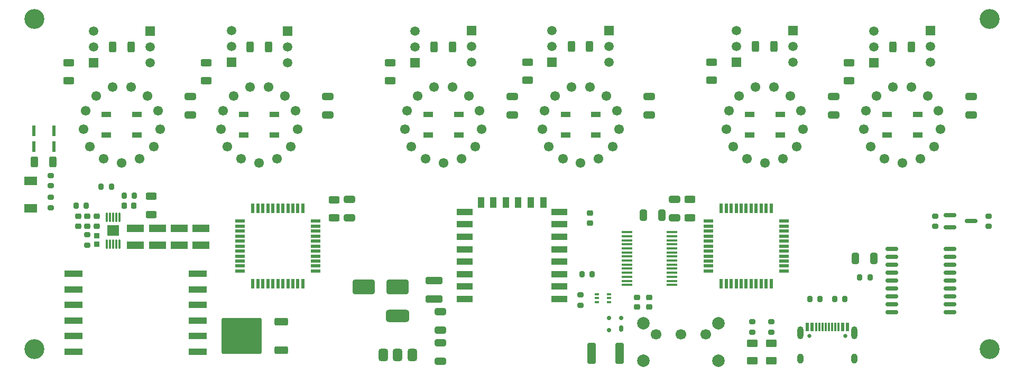
<source format=gbr>
%TF.GenerationSoftware,KiCad,Pcbnew,8.0.0*%
%TF.CreationDate,2024-03-05T13:39:49+01:00*%
%TF.ProjectId,nixie_clock_design,6e697869-655f-4636-9c6f-636b5f646573,rev?*%
%TF.SameCoordinates,Original*%
%TF.FileFunction,Soldermask,Top*%
%TF.FilePolarity,Negative*%
%FSLAX46Y46*%
G04 Gerber Fmt 4.6, Leading zero omitted, Abs format (unit mm)*
G04 Created by KiCad (PCBNEW 8.0.0) date 2024-03-05 13:39:49*
%MOMM*%
%LPD*%
G01*
G04 APERTURE LIST*
G04 Aperture macros list*
%AMRoundRect*
0 Rectangle with rounded corners*
0 $1 Rounding radius*
0 $2 $3 $4 $5 $6 $7 $8 $9 X,Y pos of 4 corners*
0 Add a 4 corners polygon primitive as box body*
4,1,4,$2,$3,$4,$5,$6,$7,$8,$9,$2,$3,0*
0 Add four circle primitives for the rounded corners*
1,1,$1+$1,$2,$3*
1,1,$1+$1,$4,$5*
1,1,$1+$1,$6,$7*
1,1,$1+$1,$8,$9*
0 Add four rect primitives between the rounded corners*
20,1,$1+$1,$2,$3,$4,$5,0*
20,1,$1+$1,$4,$5,$6,$7,0*
20,1,$1+$1,$6,$7,$8,$9,0*
20,1,$1+$1,$8,$9,$2,$3,0*%
G04 Aperture macros list end*
%ADD10RoundRect,0.200000X-0.275000X0.200000X-0.275000X-0.200000X0.275000X-0.200000X0.275000X0.200000X0*%
%ADD11C,0.650000*%
%ADD12R,0.600000X1.450000*%
%ADD13R,0.300000X1.450000*%
%ADD14O,1.000000X2.100000*%
%ADD15O,1.000000X1.600000*%
%ADD16RoundRect,0.075000X0.075000X-0.650000X0.075000X0.650000X-0.075000X0.650000X-0.075000X-0.650000X0*%
%ADD17R,1.880000X1.680000*%
%ADD18RoundRect,0.200000X0.200000X0.275000X-0.200000X0.275000X-0.200000X-0.275000X0.200000X-0.275000X0*%
%ADD19RoundRect,0.250000X-0.625000X0.312500X-0.625000X-0.312500X0.625000X-0.312500X0.625000X0.312500X0*%
%ADD20RoundRect,0.200000X-0.200000X-0.275000X0.200000X-0.275000X0.200000X0.275000X-0.200000X0.275000X0*%
%ADD21R,2.720000X1.220000*%
%ADD22R,1.500000X1.500000*%
%ADD23C,1.500000*%
%ADD24RoundRect,0.250000X0.400000X1.450000X-0.400000X1.450000X-0.400000X-1.450000X0.400000X-1.450000X0*%
%ADD25RoundRect,0.200000X0.275000X-0.200000X0.275000X0.200000X-0.275000X0.200000X-0.275000X-0.200000X0*%
%ADD26RoundRect,0.250000X0.850000X0.350000X-0.850000X0.350000X-0.850000X-0.350000X0.850000X-0.350000X0*%
%ADD27RoundRect,0.249997X2.950003X2.650003X-2.950003X2.650003X-2.950003X-2.650003X2.950003X-2.650003X0*%
%ADD28R,1.500000X0.900000*%
%ADD29RoundRect,0.250000X0.625000X-0.375000X0.625000X0.375000X-0.625000X0.375000X-0.625000X-0.375000X0*%
%ADD30RoundRect,0.225000X0.250000X-0.225000X0.250000X0.225000X-0.250000X0.225000X-0.250000X-0.225000X0*%
%ADD31RoundRect,0.150000X-0.875000X-0.150000X0.875000X-0.150000X0.875000X0.150000X-0.875000X0.150000X0*%
%ADD32RoundRect,0.250000X-0.650000X0.325000X-0.650000X-0.325000X0.650000X-0.325000X0.650000X0.325000X0*%
%ADD33C,1.551200*%
%ADD34R,2.500000X1.000000*%
%ADD35R,1.000000X1.800000*%
%ADD36RoundRect,0.225000X-0.225000X-0.250000X0.225000X-0.250000X0.225000X0.250000X-0.225000X0.250000X0*%
%ADD37RoundRect,0.175000X0.175000X0.325000X-0.175000X0.325000X-0.175000X-0.325000X0.175000X-0.325000X0*%
%ADD38RoundRect,0.150000X0.200000X0.150000X-0.200000X0.150000X-0.200000X-0.150000X0.200000X-0.150000X0*%
%ADD39RoundRect,0.250000X0.650000X-0.325000X0.650000X0.325000X-0.650000X0.325000X-0.650000X-0.325000X0*%
%ADD40RoundRect,0.175000X-0.825000X-0.175000X0.825000X-0.175000X0.825000X0.175000X-0.825000X0.175000X0*%
%ADD41R,0.520000X1.500000*%
%ADD42R,1.500000X0.520000*%
%ADD43C,2.000000*%
%ADD44C,1.700000*%
%ADD45R,2.950000X1.000000*%
%ADD46R,0.940000X0.830000*%
%ADD47RoundRect,0.250000X0.312500X0.625000X-0.312500X0.625000X-0.312500X-0.625000X0.312500X-0.625000X0*%
%ADD48C,3.200000*%
%ADD49R,0.620000X1.820000*%
%ADD50RoundRect,0.225000X-0.250000X0.225000X-0.250000X-0.225000X0.250000X-0.225000X0.250000X0.225000X0*%
%ADD51RoundRect,0.250000X-0.325000X-0.650000X0.325000X-0.650000X0.325000X0.650000X-0.325000X0.650000X0*%
%ADD52R,1.750000X0.450000*%
%ADD53RoundRect,0.250000X-0.312500X-0.625000X0.312500X-0.625000X0.312500X0.625000X-0.312500X0.625000X0*%
%ADD54RoundRect,0.250000X1.100000X-0.325000X1.100000X0.325000X-1.100000X0.325000X-1.100000X-0.325000X0*%
%ADD55RoundRect,0.250000X1.500000X0.900000X-1.500000X0.900000X-1.500000X-0.900000X1.500000X-0.900000X0*%
%ADD56RoundRect,0.100000X0.225000X0.100000X-0.225000X0.100000X-0.225000X-0.100000X0.225000X-0.100000X0*%
%ADD57RoundRect,0.375000X0.375000X-0.625000X0.375000X0.625000X-0.375000X0.625000X-0.375000X-0.625000X0*%
%ADD58RoundRect,0.500000X1.400000X-0.500000X1.400000X0.500000X-1.400000X0.500000X-1.400000X-0.500000X0*%
%ADD59R,2.000000X1.400000*%
G04 APERTURE END LIST*
D10*
%TO.C,R19*%
X171100000Y-116850000D03*
X171100000Y-118500000D03*
%TD*%
D11*
%TO.C,USB1*%
X207710000Y-123412500D03*
X213490000Y-123412500D03*
D12*
X207375000Y-121967500D03*
X208150000Y-121967500D03*
D13*
X208850000Y-121967500D03*
X209350000Y-121967500D03*
X209850000Y-121967500D03*
X210350000Y-121967500D03*
X210850000Y-121967500D03*
X211350000Y-121967500D03*
X211850000Y-121967500D03*
X212350000Y-121967500D03*
D12*
X213050000Y-121967500D03*
X213825000Y-121967500D03*
D14*
X206280000Y-122882500D03*
D15*
X206280000Y-127062500D03*
D14*
X214920000Y-122882500D03*
D15*
X214920000Y-127062500D03*
%TD*%
D16*
%TO.C,U7*%
X95192500Y-108667500D03*
X95692500Y-108667500D03*
X96192500Y-108667500D03*
X96692500Y-108667500D03*
X97192500Y-108667500D03*
X97192500Y-104367500D03*
X96692500Y-104367500D03*
X96192500Y-104367500D03*
X95692500Y-104367500D03*
X95192500Y-104367500D03*
D17*
X96192500Y-106517500D03*
%TD*%
D18*
%TO.C,R20*%
X209425000Y-117500000D03*
X207775000Y-117500000D03*
%TD*%
D19*
%TO.C,R31*%
X188600000Y-101500000D03*
X188600000Y-104425000D03*
%TD*%
D20*
%TO.C,R26*%
X97975000Y-100900000D03*
X99625000Y-100900000D03*
%TD*%
D21*
%TO.C,C16*%
X99800000Y-106150000D03*
X99800000Y-108850000D03*
%TD*%
D22*
%TO.C,Q4*%
X227100000Y-74420000D03*
D23*
X227100000Y-76960000D03*
X227100000Y-79500000D03*
%TD*%
D24*
%TO.C,F1*%
X177325000Y-126225000D03*
X172875000Y-126225000D03*
%TD*%
D25*
%TO.C,R15*%
X198600000Y-122825000D03*
X198600000Y-121175000D03*
%TD*%
D26*
%TO.C,Q15*%
X123117500Y-125677500D03*
D27*
X116817500Y-123397500D03*
D26*
X123117500Y-121117500D03*
%TD*%
D19*
%TO.C,R1*%
X140600000Y-79537500D03*
X140600000Y-82462500D03*
%TD*%
D28*
%TO.C,LED1*%
X95150000Y-87850000D03*
X95150000Y-91150000D03*
X100050000Y-91150000D03*
X100050000Y-87850000D03*
%TD*%
D22*
%TO.C,Q10*%
X218050000Y-79587500D03*
D23*
X218050000Y-77047500D03*
X218050000Y-74507500D03*
%TD*%
D29*
%TO.C,D1*%
X201600000Y-127400000D03*
X201600000Y-124600000D03*
%TD*%
D28*
%TO.C,LED4*%
X168650000Y-87850000D03*
X168650000Y-91150000D03*
X173550000Y-91150000D03*
X173550000Y-87850000D03*
%TD*%
D30*
%TO.C,C6*%
X172600000Y-105275000D03*
X172600000Y-103725000D03*
%TD*%
D22*
%TO.C,Q8*%
X115137500Y-79500000D03*
D23*
X115137500Y-76960000D03*
X115137500Y-74420000D03*
%TD*%
D31*
%TO.C,U5*%
X220950000Y-109420000D03*
X220950000Y-110690000D03*
X220950000Y-111960000D03*
X220950000Y-113230000D03*
X220950000Y-114500000D03*
X220950000Y-115770000D03*
X220950000Y-117040000D03*
X220950000Y-118310000D03*
X220950000Y-119580000D03*
X230250000Y-119580000D03*
X230250000Y-118310000D03*
X230250000Y-117040000D03*
X230250000Y-115770000D03*
X230250000Y-114500000D03*
X230250000Y-113230000D03*
X230250000Y-111960000D03*
X230250000Y-110690000D03*
X230250000Y-109420000D03*
%TD*%
D32*
%TO.C,C11*%
X160100000Y-85025000D03*
X160100000Y-87975000D03*
%TD*%
D33*
%TO.C,N6*%
X217505800Y-93016300D03*
X227694200Y-93016300D03*
X228744800Y-90246100D03*
X228387700Y-87305000D03*
X226704700Y-84866800D03*
X224081300Y-83489900D03*
X221118700Y-83489900D03*
X218495300Y-84866800D03*
X216812300Y-87305000D03*
X216455200Y-90246100D03*
X222600000Y-95689900D03*
X225476600Y-94980900D03*
X219723400Y-94980900D03*
%TD*%
D34*
%TO.C,U6*%
X167700000Y-117500000D03*
X167700000Y-115500000D03*
X167700000Y-113500000D03*
X167700000Y-111500000D03*
X167700000Y-109500000D03*
X167700000Y-107500000D03*
X167700000Y-105500000D03*
X167700000Y-103500000D03*
D35*
X165100000Y-102000000D03*
X163100000Y-102000000D03*
X161100000Y-102000000D03*
X159100000Y-102000000D03*
X157100000Y-102000000D03*
X155100000Y-102000000D03*
D34*
X152500000Y-103500000D03*
X152500000Y-105500000D03*
X152500000Y-107500000D03*
X152500000Y-109500000D03*
X152500000Y-111500000D03*
X152500000Y-113500000D03*
X152500000Y-115500000D03*
X152500000Y-117500000D03*
%TD*%
D36*
%TO.C,C23*%
X98000000Y-102500000D03*
X99550000Y-102500000D03*
%TD*%
D37*
%TO.C,D3*%
X177600000Y-122250000D03*
D38*
X177600000Y-120550000D03*
X175600000Y-120550000D03*
X175600000Y-122450000D03*
%TD*%
D22*
%TO.C,Q3*%
X102150000Y-74450000D03*
D23*
X102150000Y-76990000D03*
X102150000Y-79530000D03*
%TD*%
D39*
%TO.C,C12*%
X148600000Y-127475000D03*
X148600000Y-124525000D03*
%TD*%
D40*
%TO.C,Q13*%
X230200000Y-104050000D03*
X230200000Y-105950000D03*
X233600000Y-105000000D03*
%TD*%
D32*
%TO.C,C27*%
X108600000Y-85025000D03*
X108600000Y-87975000D03*
%TD*%
D41*
%TO.C,U1*%
X118600000Y-115050000D03*
X119400000Y-115050000D03*
X120200000Y-115050000D03*
X121000000Y-115050000D03*
X121800000Y-115050000D03*
X122600000Y-115050000D03*
X123400000Y-115050000D03*
X124200000Y-115050000D03*
X125000000Y-115050000D03*
X125800000Y-115050000D03*
X126600000Y-115050000D03*
D42*
X128650000Y-113000000D03*
X128650000Y-112200000D03*
X128650000Y-111400000D03*
X128650000Y-110600000D03*
X128650000Y-109800000D03*
X128650000Y-109000000D03*
X128650000Y-108200000D03*
X128650000Y-107400000D03*
X128650000Y-106600000D03*
X128650000Y-105800000D03*
X128650000Y-105000000D03*
D41*
X126600000Y-102950000D03*
X125800000Y-102950000D03*
X125000000Y-102950000D03*
X124200000Y-102950000D03*
X123400000Y-102950000D03*
X122600000Y-102950000D03*
X121800000Y-102950000D03*
X121000000Y-102950000D03*
X120200000Y-102950000D03*
X119400000Y-102950000D03*
X118600000Y-102950000D03*
D42*
X116550000Y-105000000D03*
X116550000Y-105800000D03*
X116550000Y-106600000D03*
X116550000Y-107400000D03*
X116550000Y-108200000D03*
X116550000Y-109000000D03*
X116550000Y-109800000D03*
X116550000Y-110600000D03*
X116550000Y-111400000D03*
X116550000Y-112200000D03*
X116550000Y-113000000D03*
%TD*%
D32*
%TO.C,C1*%
X134100000Y-101500000D03*
X134100000Y-104450000D03*
%TD*%
D25*
%TO.C,R14*%
X201600000Y-122825000D03*
X201600000Y-121175000D03*
%TD*%
D43*
%TO.C,SW1*%
X181142500Y-121417500D03*
X181142500Y-127417500D03*
X193142500Y-121417500D03*
X193142500Y-127417500D03*
D44*
X183142500Y-123167500D03*
X187142500Y-123167500D03*
X191142500Y-123167500D03*
%TD*%
D22*
%TO.C,Q9*%
X93100000Y-79540000D03*
D23*
X93100000Y-77000000D03*
X93100000Y-74460000D03*
%TD*%
D45*
%TO.C,T1*%
X89825000Y-113450000D03*
X89825000Y-115950000D03*
X89825000Y-118450000D03*
X89825000Y-120950000D03*
X89825000Y-123450000D03*
X89825000Y-125950000D03*
X109775000Y-125950000D03*
X109775000Y-123450000D03*
X109775000Y-120950000D03*
X109775000Y-118450000D03*
X109775000Y-115950000D03*
X109775000Y-113450000D03*
%TD*%
D28*
%TO.C,LED3*%
X146650000Y-87850000D03*
X146650000Y-91150000D03*
X151550000Y-91150000D03*
X151550000Y-87850000D03*
%TD*%
D46*
%TO.C,C20*%
X93600000Y-108660000D03*
X93600000Y-107340000D03*
%TD*%
D47*
%TO.C,R11*%
X202012500Y-76932500D03*
X199087500Y-76932500D03*
%TD*%
D21*
%TO.C,C15*%
X110300000Y-106150000D03*
X110300000Y-108850000D03*
%TD*%
D48*
%TO.C,REF\u002A\u002A*%
X236600000Y-72500000D03*
%TD*%
%TO.C,REF\u002A\u002A*%
X236600000Y-125500000D03*
%TD*%
D49*
%TO.C,C24*%
X83500000Y-90500000D03*
X86700000Y-90500000D03*
%TD*%
D32*
%TO.C,C26*%
X130600000Y-85025000D03*
X130600000Y-87975000D03*
%TD*%
D20*
%TO.C,R16*%
X215775000Y-114000000D03*
X217425000Y-114000000D03*
%TD*%
D48*
%TO.C,REF\u002A\u002A*%
X83600000Y-125500000D03*
%TD*%
D22*
%TO.C,Q1*%
X153600000Y-74420000D03*
D23*
X153600000Y-76960000D03*
X153600000Y-79500000D03*
%TD*%
D18*
%TO.C,R25*%
X91925000Y-102500000D03*
X90275000Y-102500000D03*
%TD*%
D50*
%TO.C,C21*%
X92100000Y-104225000D03*
X92100000Y-105775000D03*
%TD*%
D10*
%TO.C,R17*%
X227900000Y-104175000D03*
X227900000Y-105825000D03*
%TD*%
D19*
%TO.C,R3*%
X89100000Y-79537500D03*
X89100000Y-82462500D03*
%TD*%
%TO.C,R4*%
X214100000Y-79537500D03*
X214100000Y-82462500D03*
%TD*%
D22*
%TO.C,Q6*%
X175600000Y-74420000D03*
D23*
X175600000Y-76960000D03*
X175600000Y-79500000D03*
%TD*%
D10*
%TO.C,R29*%
X86200000Y-97675000D03*
X86200000Y-99325000D03*
%TD*%
D32*
%TO.C,C10*%
X182100000Y-85025000D03*
X182100000Y-87975000D03*
%TD*%
D19*
%TO.C,R5*%
X192050000Y-79470000D03*
X192050000Y-82395000D03*
%TD*%
D51*
%TO.C,C9*%
X215125000Y-111000000D03*
X218075000Y-111000000D03*
%TD*%
%TO.C,C5*%
X181125000Y-104000000D03*
X184075000Y-104000000D03*
%TD*%
D52*
%TO.C,U4*%
X178500000Y-106775000D03*
X178500000Y-107425000D03*
X178500000Y-108075000D03*
X178500000Y-108725000D03*
X178500000Y-109375000D03*
X178500000Y-110025000D03*
X178500000Y-110675000D03*
X178500000Y-111325000D03*
X178500000Y-111975000D03*
X178500000Y-112625000D03*
X178500000Y-113275000D03*
X178500000Y-113925000D03*
X178500000Y-114575000D03*
X178500000Y-115225000D03*
X185700000Y-115225000D03*
X185700000Y-114575000D03*
X185700000Y-113925000D03*
X185700000Y-113275000D03*
X185700000Y-112625000D03*
X185700000Y-111975000D03*
X185700000Y-111325000D03*
X185700000Y-110675000D03*
X185700000Y-110025000D03*
X185700000Y-109375000D03*
X185700000Y-108725000D03*
X185700000Y-108075000D03*
X185700000Y-107425000D03*
X185700000Y-106775000D03*
%TD*%
D47*
%TO.C,R12*%
X172512500Y-76932500D03*
X169587500Y-76932500D03*
%TD*%
D39*
%TO.C,C13*%
X148600000Y-122475000D03*
X148600000Y-119525000D03*
%TD*%
D50*
%TO.C,C4*%
X182100000Y-117225000D03*
X182100000Y-118775000D03*
%TD*%
D47*
%TO.C,R7*%
X150562500Y-77000000D03*
X147637500Y-77000000D03*
%TD*%
D22*
%TO.C,Q12*%
X166500000Y-79520000D03*
D23*
X166500000Y-76980000D03*
X166500000Y-74440000D03*
%TD*%
D19*
%TO.C,R6*%
X162550000Y-79470000D03*
X162550000Y-82395000D03*
%TD*%
%TO.C,R27*%
X102300000Y-101000000D03*
X102300000Y-103925000D03*
%TD*%
D50*
%TO.C,C19*%
X93600000Y-104225000D03*
X93600000Y-105775000D03*
%TD*%
D41*
%TO.C,U2*%
X193600000Y-115050000D03*
X194400000Y-115050000D03*
X195200000Y-115050000D03*
X196000000Y-115050000D03*
X196800000Y-115050000D03*
X197600000Y-115050000D03*
X198400000Y-115050000D03*
X199200000Y-115050000D03*
X200000000Y-115050000D03*
X200800000Y-115050000D03*
X201600000Y-115050000D03*
D42*
X203650000Y-113000000D03*
X203650000Y-112200000D03*
X203650000Y-111400000D03*
X203650000Y-110600000D03*
X203650000Y-109800000D03*
X203650000Y-109000000D03*
X203650000Y-108200000D03*
X203650000Y-107400000D03*
X203650000Y-106600000D03*
X203650000Y-105800000D03*
X203650000Y-105000000D03*
D41*
X201600000Y-102950000D03*
X200800000Y-102950000D03*
X200000000Y-102950000D03*
X199200000Y-102950000D03*
X198400000Y-102950000D03*
X197600000Y-102950000D03*
X196800000Y-102950000D03*
X196000000Y-102950000D03*
X195200000Y-102950000D03*
X194400000Y-102950000D03*
X193600000Y-102950000D03*
D42*
X191550000Y-105000000D03*
X191550000Y-105800000D03*
X191550000Y-106600000D03*
X191550000Y-107400000D03*
X191550000Y-108200000D03*
X191550000Y-109000000D03*
X191550000Y-109800000D03*
X191550000Y-110600000D03*
X191550000Y-111400000D03*
X191550000Y-112200000D03*
X191550000Y-113000000D03*
%TD*%
D33*
%TO.C,N1*%
X92505800Y-93016300D03*
X102694200Y-93016300D03*
X103744800Y-90246100D03*
X103387700Y-87305000D03*
X101704700Y-84866800D03*
X99081300Y-83489900D03*
X96118700Y-83489900D03*
X93495300Y-84866800D03*
X91812300Y-87305000D03*
X91455200Y-90246100D03*
X97600000Y-95689900D03*
X100476600Y-94980900D03*
X94723400Y-94980900D03*
%TD*%
D21*
%TO.C,C17*%
X106800000Y-106150000D03*
X106800000Y-108850000D03*
%TD*%
D19*
%TO.C,R13*%
X131600000Y-101537500D03*
X131600000Y-104462500D03*
%TD*%
D32*
%TO.C,C2*%
X186100000Y-101525000D03*
X186100000Y-104475000D03*
%TD*%
D29*
%TO.C,D2*%
X198600000Y-127400000D03*
X198600000Y-124600000D03*
%TD*%
D22*
%TO.C,Q7*%
X144550000Y-79550000D03*
D23*
X144550000Y-77010000D03*
X144550000Y-74470000D03*
%TD*%
D53*
%TO.C,R28*%
X83637500Y-95500000D03*
X86562500Y-95500000D03*
%TD*%
D22*
%TO.C,Q5*%
X205100000Y-74420000D03*
D23*
X205100000Y-76960000D03*
X205100000Y-79500000D03*
%TD*%
D48*
%TO.C,REF\u002A\u002A*%
X83600000Y-72500000D03*
%TD*%
D33*
%TO.C,N4*%
X166005800Y-93016300D03*
X176194200Y-93016300D03*
X177244800Y-90246100D03*
X176887700Y-87305000D03*
X175204700Y-84866800D03*
X172581300Y-83489900D03*
X169618700Y-83489900D03*
X166995300Y-84866800D03*
X165312300Y-87305000D03*
X164955200Y-90246100D03*
X171100000Y-95689900D03*
X173976600Y-94980900D03*
X168223400Y-94980900D03*
%TD*%
D54*
%TO.C,C14*%
X147600000Y-117475000D03*
X147600000Y-114525000D03*
%TD*%
D22*
%TO.C,Q11*%
X196007500Y-79520000D03*
D23*
X196007500Y-76980000D03*
X196007500Y-74440000D03*
%TD*%
D28*
%TO.C,LED5*%
X198150000Y-87850000D03*
X198150000Y-91150000D03*
X203050000Y-91150000D03*
X203050000Y-87850000D03*
%TD*%
D19*
%TO.C,R2*%
X111137500Y-79537500D03*
X111137500Y-82462500D03*
%TD*%
D55*
%TO.C,D4*%
X141777500Y-115522500D03*
X136377500Y-115522500D03*
%TD*%
D32*
%TO.C,C7*%
X233600000Y-85025000D03*
X233600000Y-87975000D03*
%TD*%
D47*
%TO.C,R9*%
X99062500Y-77000000D03*
X96137500Y-77000000D03*
%TD*%
D20*
%TO.C,R23*%
X94275000Y-99500000D03*
X95925000Y-99500000D03*
%TD*%
D32*
%TO.C,C8*%
X211600000Y-85025000D03*
X211600000Y-87975000D03*
%TD*%
D56*
%TO.C,Q14*%
X175600000Y-118000000D03*
X175600000Y-117350000D03*
X175600000Y-116700000D03*
X173700000Y-116700000D03*
X173700000Y-117350000D03*
X173700000Y-118000000D03*
%TD*%
D47*
%TO.C,R8*%
X121100000Y-77000000D03*
X118175000Y-77000000D03*
%TD*%
D10*
%TO.C,R18*%
X236400000Y-104175000D03*
X236400000Y-105825000D03*
%TD*%
D50*
%TO.C,C22*%
X90600000Y-104225000D03*
X90600000Y-105775000D03*
%TD*%
D21*
%TO.C,C18*%
X103300000Y-106150000D03*
X103300000Y-108850000D03*
%TD*%
D49*
%TO.C,C25*%
X83500000Y-93000000D03*
X86700000Y-93000000D03*
%TD*%
D47*
%TO.C,R10*%
X224062500Y-77000000D03*
X221137500Y-77000000D03*
%TD*%
D57*
%TO.C,U3*%
X139500000Y-126500000D03*
X141800000Y-126500000D03*
D58*
X141800000Y-120200000D03*
D57*
X144100000Y-126500000D03*
%TD*%
D33*
%TO.C,N3*%
X144005800Y-93016300D03*
X154194200Y-93016300D03*
X155244800Y-90246100D03*
X154887700Y-87305000D03*
X153204700Y-84866800D03*
X150581300Y-83489900D03*
X147618700Y-83489900D03*
X144995300Y-84866800D03*
X143312300Y-87305000D03*
X142955200Y-90246100D03*
X149100000Y-95689900D03*
X151976600Y-94980900D03*
X146223400Y-94980900D03*
%TD*%
%TO.C,N2*%
X114505800Y-93016300D03*
X124694200Y-93016300D03*
X125744800Y-90246100D03*
X125387700Y-87305000D03*
X123704700Y-84866800D03*
X121081300Y-83489900D03*
X118118700Y-83489900D03*
X115495300Y-84866800D03*
X113812300Y-87305000D03*
X113455200Y-90246100D03*
X119600000Y-95689900D03*
X122476600Y-94980900D03*
X116723400Y-94980900D03*
%TD*%
%TO.C,N5*%
X195505800Y-93016300D03*
X205694200Y-93016300D03*
X206744800Y-90246100D03*
X206387700Y-87305000D03*
X204704700Y-84866800D03*
X202081300Y-83489900D03*
X199118700Y-83489900D03*
X196495300Y-84866800D03*
X194812300Y-87305000D03*
X194455200Y-90246100D03*
X200600000Y-95689900D03*
X203476600Y-94980900D03*
X197723400Y-94980900D03*
%TD*%
D10*
%TO.C,R30*%
X86200000Y-101175000D03*
X86200000Y-102825000D03*
%TD*%
D28*
%TO.C,LED6*%
X220150000Y-87850000D03*
X220150000Y-91150000D03*
X225050000Y-91150000D03*
X225050000Y-87850000D03*
%TD*%
D25*
%TO.C,R24*%
X92100000Y-108825000D03*
X92100000Y-107175000D03*
%TD*%
D28*
%TO.C,LED2*%
X117150000Y-87850000D03*
X117150000Y-91150000D03*
X122050000Y-91150000D03*
X122050000Y-87850000D03*
%TD*%
D59*
%TO.C,D5*%
X83000000Y-98500000D03*
X83000000Y-102900000D03*
%TD*%
D20*
%TO.C,R22*%
X171275000Y-113500000D03*
X172925000Y-113500000D03*
%TD*%
D50*
%TO.C,C3*%
X180100000Y-117225000D03*
X180100000Y-118775000D03*
%TD*%
D20*
%TO.C,R21*%
X211775000Y-117500000D03*
X213425000Y-117500000D03*
%TD*%
D22*
%TO.C,Q2*%
X124187500Y-74450000D03*
D23*
X124187500Y-76990000D03*
X124187500Y-79530000D03*
%TD*%
M02*

</source>
